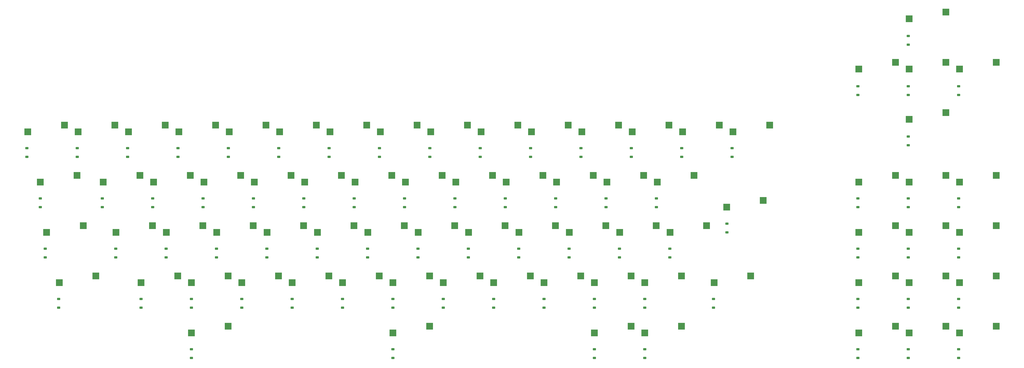
<source format=gbp>
G04 #@! TF.GenerationSoftware,KiCad,Pcbnew,8.0.2*
G04 #@! TF.CreationDate,2025-03-09T11:26:09+00:00*
G04 #@! TF.ProjectId,Keyboard,4b657962-6f61-4726-942e-6b696361645f,rev?*
G04 #@! TF.SameCoordinates,Original*
G04 #@! TF.FileFunction,Paste,Bot*
G04 #@! TF.FilePolarity,Positive*
%FSLAX46Y46*%
G04 Gerber Fmt 4.6, Leading zero omitted, Abs format (unit mm)*
G04 Created by KiCad (PCBNEW 8.0.2) date 2025-03-09 11:26:09*
%MOMM*%
%LPD*%
G01*
G04 APERTURE LIST*
G04 Aperture macros list*
%AMRoundRect*
0 Rectangle with rounded corners*
0 $1 Rounding radius*
0 $2 $3 $4 $5 $6 $7 $8 $9 X,Y pos of 4 corners*
0 Add a 4 corners polygon primitive as box body*
4,1,4,$2,$3,$4,$5,$6,$7,$8,$9,$2,$3,0*
0 Add four circle primitives for the rounded corners*
1,1,$1+$1,$2,$3*
1,1,$1+$1,$4,$5*
1,1,$1+$1,$6,$7*
1,1,$1+$1,$8,$9*
0 Add four rect primitives between the rounded corners*
20,1,$1+$1,$2,$3,$4,$5,0*
20,1,$1+$1,$4,$5,$6,$7,0*
20,1,$1+$1,$6,$7,$8,$9,0*
20,1,$1+$1,$8,$9,$2,$3,0*%
G04 Aperture macros list end*
%ADD10R,2.550000X2.500000*%
%ADD11RoundRect,0.225000X0.375000X-0.225000X0.375000X0.225000X-0.375000X0.225000X-0.375000X-0.225000X0*%
G04 APERTURE END LIST*
D10*
G04 #@! TO.C,SW17*
X344427500Y-156845000D03*
X330577500Y-159385000D03*
G04 #@! TD*
G04 #@! TO.C,SW9*
X439677500Y-113982500D03*
X425827500Y-116522500D03*
G04 #@! TD*
G04 #@! TO.C,SW60*
X158690000Y-175895000D03*
X144840000Y-178435000D03*
G04 #@! TD*
G04 #@! TO.C,SW27*
X306327500Y-156845000D03*
X292477500Y-159385000D03*
G04 #@! TD*
G04 #@! TO.C,SW22*
X339665000Y-194945000D03*
X325815000Y-197485000D03*
G04 #@! TD*
G04 #@! TO.C,SW69*
X139640000Y-175895000D03*
X125790000Y-178435000D03*
G04 #@! TD*
G04 #@! TO.C,SW33*
X277752500Y-137795000D03*
X263902500Y-140335000D03*
G04 #@! TD*
G04 #@! TO.C,SW63*
X168215000Y-194945000D03*
X154365000Y-197485000D03*
G04 #@! TD*
G04 #@! TO.C,SW7*
X439677500Y-213995000D03*
X425827500Y-216535000D03*
G04 #@! TD*
G04 #@! TO.C,SW36*
X292040000Y-175895000D03*
X278190000Y-178435000D03*
G04 #@! TD*
G04 #@! TO.C,SW50*
X192027500Y-156845000D03*
X178177500Y-159385000D03*
G04 #@! TD*
G04 #@! TO.C,SW10*
X420627500Y-156845000D03*
X406777500Y-159385000D03*
G04 #@! TD*
G04 #@! TO.C,SW1*
X458727500Y-113982500D03*
X444877500Y-116522500D03*
G04 #@! TD*
G04 #@! TO.C,SW13*
X420627500Y-194945000D03*
X406777500Y-197485000D03*
G04 #@! TD*
G04 #@! TO.C,SW42*
X249177500Y-156845000D03*
X235327500Y-159385000D03*
G04 #@! TD*
G04 #@! TO.C,SW30*
X320615000Y-194945000D03*
X306765000Y-197485000D03*
G04 #@! TD*
G04 #@! TO.C,SW62*
X187265000Y-194945000D03*
X173415000Y-197485000D03*
G04 #@! TD*
G04 #@! TO.C,SW53*
X196790000Y-175895000D03*
X182940000Y-178435000D03*
G04 #@! TD*
G04 #@! TO.C,SW79*
X373002500Y-137795000D03*
X359152500Y-140335000D03*
G04 #@! TD*
G04 #@! TO.C,SW14*
X439677500Y-194945000D03*
X425827500Y-197485000D03*
G04 #@! TD*
G04 #@! TO.C,SW65*
X144402500Y-137795000D03*
X130552500Y-140335000D03*
G04 #@! TD*
G04 #@! TO.C,SW31*
X301565000Y-194945000D03*
X287715000Y-197485000D03*
G04 #@! TD*
G04 #@! TO.C,SW37*
X272990000Y-175895000D03*
X259140000Y-178435000D03*
G04 #@! TD*
G04 #@! TO.C,SW70*
X113446250Y-175895000D03*
X99596250Y-178435000D03*
G04 #@! TD*
G04 #@! TO.C,SW39*
X282515000Y-194945000D03*
X268665000Y-197485000D03*
G04 #@! TD*
G04 #@! TO.C,SW6*
X458727500Y-213995000D03*
X444877500Y-216535000D03*
G04 #@! TD*
G04 #@! TO.C,SW20*
X420627500Y-175895000D03*
X406777500Y-178435000D03*
G04 #@! TD*
G04 #@! TO.C,SW21*
X118208750Y-194945000D03*
X104358750Y-197485000D03*
G04 #@! TD*
G04 #@! TO.C,SW38*
X263465000Y-194945000D03*
X249615000Y-197485000D03*
G04 #@! TD*
G04 #@! TO.C,SW68*
X111065000Y-156845000D03*
X97215000Y-159385000D03*
G04 #@! TD*
G04 #@! TO.C,SW56*
X182502500Y-137795000D03*
X168652500Y-140335000D03*
G04 #@! TD*
G04 #@! TO.C,SW59*
X153927500Y-156845000D03*
X140077500Y-159385000D03*
G04 #@! TD*
G04 #@! TO.C,SW902*
X320615000Y-213995000D03*
X306765000Y-216535000D03*
G04 #@! TD*
G04 #@! TO.C,SW43*
X230127500Y-156845000D03*
X216277500Y-159385000D03*
G04 #@! TD*
G04 #@! TO.C,SW901*
X168215000Y-213995000D03*
X154365000Y-216535000D03*
G04 #@! TD*
G04 #@! TO.C,SW19*
X349190000Y-175895000D03*
X335340000Y-178435000D03*
G04 #@! TD*
G04 #@! TO.C,SW34*
X287277500Y-156845000D03*
X273427500Y-159385000D03*
G04 #@! TD*
G04 #@! TO.C,SW23*
X339665000Y-213995000D03*
X325815000Y-216535000D03*
G04 #@! TD*
G04 #@! TO.C,SW11*
X439677500Y-156845000D03*
X425827500Y-159385000D03*
G04 #@! TD*
G04 #@! TO.C,SW41*
X239652500Y-137795000D03*
X225802500Y-140335000D03*
G04 #@! TD*
G04 #@! TO.C,SW45*
X253940000Y-175895000D03*
X240090000Y-178435000D03*
G04 #@! TD*
G04 #@! TO.C,SW8*
X420627500Y-113982500D03*
X406777500Y-116522500D03*
G04 #@! TD*
G04 #@! TO.C,SW52*
X215840000Y-175895000D03*
X201990000Y-178435000D03*
G04 #@! TD*
G04 #@! TO.C,SW5*
X458727500Y-194945000D03*
X444877500Y-197485000D03*
G04 #@! TD*
G04 #@! TO.C,SW16*
X353952500Y-137795000D03*
X340102500Y-140335000D03*
G04 #@! TD*
G04 #@! TO.C,SW4*
X458727500Y-175895000D03*
X444877500Y-178435000D03*
G04 #@! TD*
G04 #@! TO.C,SW67*
X134877500Y-156845000D03*
X121027500Y-159385000D03*
G04 #@! TD*
G04 #@! TO.C,SW18*
X370621250Y-166370000D03*
X356771250Y-168910000D03*
G04 #@! TD*
G04 #@! TO.C,SW25*
X315852500Y-137795000D03*
X302002500Y-140335000D03*
G04 #@! TD*
G04 #@! TO.C,SW24*
X334902500Y-137795000D03*
X321052500Y-140335000D03*
G04 #@! TD*
G04 #@! TO.C,SW12*
X439677500Y-175895000D03*
X425827500Y-178435000D03*
G04 #@! TD*
G04 #@! TO.C,SW66*
X106302500Y-137795000D03*
X92452500Y-140335000D03*
G04 #@! TD*
G04 #@! TO.C,SW28*
X330140000Y-175895000D03*
X316290000Y-178435000D03*
G04 #@! TD*
G04 #@! TO.C,SW29*
X311090000Y-175895000D03*
X297240000Y-178435000D03*
G04 #@! TD*
G04 #@! TO.C,SW58*
X172977500Y-156845000D03*
X159127500Y-159385000D03*
G04 #@! TD*
G04 #@! TO.C,SW15*
X420627500Y-213995000D03*
X406777500Y-216535000D03*
G04 #@! TD*
G04 #@! TO.C,SW3*
X458727500Y-156845000D03*
X444877500Y-159385000D03*
G04 #@! TD*
G04 #@! TO.C,SW48*
X220602500Y-137795000D03*
X206752500Y-140335000D03*
G04 #@! TD*
G04 #@! TO.C,SW57*
X163452500Y-137795000D03*
X149602500Y-140335000D03*
G04 #@! TD*
G04 #@! TO.C,SW61*
X177740000Y-175895000D03*
X163890000Y-178435000D03*
G04 #@! TD*
G04 #@! TO.C,SW0*
X439677500Y-94932500D03*
X425827500Y-97472500D03*
G04 #@! TD*
G04 #@! TO.C,SW47*
X244415000Y-213995000D03*
X230565000Y-216535000D03*
G04 #@! TD*
G04 #@! TO.C,SW64*
X125352500Y-137795000D03*
X111502500Y-140335000D03*
G04 #@! TD*
G04 #@! TO.C,SW71*
X149165000Y-194945000D03*
X135315000Y-197485000D03*
G04 #@! TD*
G04 #@! TO.C,SW35*
X268227500Y-156845000D03*
X254377500Y-159385000D03*
G04 #@! TD*
G04 #@! TO.C,SW51*
X211077500Y-156845000D03*
X197227500Y-159385000D03*
G04 #@! TD*
G04 #@! TO.C,SW54*
X225365000Y-194945000D03*
X211515000Y-197485000D03*
G04 #@! TD*
G04 #@! TO.C,SW46*
X244415000Y-194945000D03*
X230565000Y-197485000D03*
G04 #@! TD*
G04 #@! TO.C,SW49*
X201552500Y-137795000D03*
X187702500Y-140335000D03*
G04 #@! TD*
G04 #@! TO.C,SW26*
X325377500Y-156845000D03*
X311527500Y-159385000D03*
G04 #@! TD*
G04 #@! TO.C,SW2*
X439677500Y-133032500D03*
X425827500Y-135572500D03*
G04 #@! TD*
G04 #@! TO.C,SW40*
X258702500Y-137795000D03*
X244852500Y-140335000D03*
G04 #@! TD*
G04 #@! TO.C,SW32*
X296802500Y-137795000D03*
X282952500Y-140335000D03*
G04 #@! TD*
G04 #@! TO.C,SW55*
X206315000Y-194945000D03*
X192465000Y-197485000D03*
G04 #@! TD*
G04 #@! TO.C,SW121*
X365858750Y-194945000D03*
X352008750Y-197485000D03*
G04 #@! TD*
G04 #@! TO.C,SW44*
X234890000Y-175895000D03*
X221040000Y-178435000D03*
G04 #@! TD*
D11*
G04 #@! TO.C,D68*
X97155000Y-168910000D03*
X97155000Y-165610000D03*
G04 #@! TD*
G04 #@! TO.C,D38*
X249555000Y-207010000D03*
X249555000Y-203710000D03*
G04 #@! TD*
G04 #@! TO.C,D59*
X139700000Y-168910000D03*
X139700000Y-165610000D03*
G04 #@! TD*
G04 #@! TO.C,D56*
X168275000Y-149860000D03*
X168275000Y-146560000D03*
G04 #@! TD*
G04 #@! TO.C,D28*
X316230000Y-187960000D03*
X316230000Y-184660000D03*
G04 #@! TD*
G04 #@! TO.C,D23*
X325755000Y-226060000D03*
X325755000Y-222760000D03*
G04 #@! TD*
G04 #@! TO.C,D37*
X259080000Y-187960000D03*
X259080000Y-184660000D03*
G04 #@! TD*
G04 #@! TO.C,D15*
X406400000Y-226060000D03*
X406400000Y-222760000D03*
G04 #@! TD*
G04 #@! TO.C,D35*
X254000000Y-168910000D03*
X254000000Y-165610000D03*
G04 #@! TD*
G04 #@! TO.C,D40*
X244475000Y-149860000D03*
X244475000Y-146560000D03*
G04 #@! TD*
G04 #@! TO.C,D14*
X425450000Y-207010000D03*
X425450000Y-203710000D03*
G04 #@! TD*
G04 #@! TO.C,D70*
X99060000Y-187960000D03*
X99060000Y-184660000D03*
G04 #@! TD*
G04 #@! TO.C,D27*
X292100000Y-168910000D03*
X292100000Y-165610000D03*
G04 #@! TD*
G04 #@! TO.C,D6*
X444500000Y-226060000D03*
X444500000Y-222760000D03*
G04 #@! TD*
G04 #@! TO.C,D55*
X192405000Y-207010000D03*
X192405000Y-203710000D03*
G04 #@! TD*
G04 #@! TO.C,D44*
X220980000Y-187960000D03*
X220980000Y-184660000D03*
G04 #@! TD*
G04 #@! TO.C,D48*
X206375000Y-149860000D03*
X206375000Y-146560000D03*
G04 #@! TD*
G04 #@! TO.C,D63*
X154305000Y-207010000D03*
X154305000Y-203710000D03*
G04 #@! TD*
G04 #@! TO.C,D30*
X306705000Y-207010000D03*
X306705000Y-203710000D03*
G04 #@! TD*
G04 #@! TO.C,D53*
X182880000Y-187960000D03*
X182880000Y-184660000D03*
G04 #@! TD*
G04 #@! TO.C,D4*
X444500000Y-187960000D03*
X444500000Y-184660000D03*
G04 #@! TD*
G04 #@! TO.C,D34*
X273050000Y-168910000D03*
X273050000Y-165610000D03*
G04 #@! TD*
G04 #@! TO.C,D33*
X263525000Y-149860000D03*
X263525000Y-146560000D03*
G04 #@! TD*
G04 #@! TO.C,D32*
X282575000Y-149860000D03*
X282575000Y-146560000D03*
G04 #@! TD*
G04 #@! TO.C,D11*
X425450000Y-168910000D03*
X425450000Y-165610000D03*
G04 #@! TD*
G04 #@! TO.C,D16*
X339725000Y-149860000D03*
X339725000Y-146560000D03*
G04 #@! TD*
G04 #@! TO.C,D21*
X104140000Y-207010000D03*
X104140000Y-203710000D03*
G04 #@! TD*
G04 #@! TO.C,D29*
X297180000Y-187960000D03*
X297180000Y-184660000D03*
G04 #@! TD*
G04 #@! TO.C,D1*
X444500000Y-126365000D03*
X444500000Y-123065000D03*
G04 #@! TD*
G04 #@! TO.C,D46*
X230505000Y-207010000D03*
X230505000Y-203710000D03*
G04 #@! TD*
G04 #@! TO.C,D74*
X306705000Y-226060000D03*
X306705000Y-222760000D03*
G04 #@! TD*
G04 #@! TO.C,D31*
X287655000Y-207010000D03*
X287655000Y-203710000D03*
G04 #@! TD*
G04 #@! TO.C,D22*
X325755000Y-207010000D03*
X325755000Y-203710000D03*
G04 #@! TD*
G04 #@! TO.C,D25*
X301625000Y-149860000D03*
X301625000Y-146560000D03*
G04 #@! TD*
G04 #@! TO.C,D41*
X225425000Y-149860000D03*
X225425000Y-146560000D03*
G04 #@! TD*
G04 #@! TO.C,D2*
X425450000Y-145415000D03*
X425450000Y-142115000D03*
G04 #@! TD*
G04 #@! TO.C,D58*
X158750000Y-168910000D03*
X158750000Y-165610000D03*
G04 #@! TD*
G04 #@! TO.C,D64*
X111125000Y-149860000D03*
X111125000Y-146560000D03*
G04 #@! TD*
G04 #@! TO.C,D19*
X335280000Y-187960000D03*
X335280000Y-184660000D03*
G04 #@! TD*
G04 #@! TO.C,D20*
X406400000Y-187960000D03*
X406400000Y-184660000D03*
G04 #@! TD*
G04 #@! TO.C,D45*
X240030000Y-187960000D03*
X240030000Y-184660000D03*
G04 #@! TD*
G04 #@! TO.C,D47*
X230505000Y-226060000D03*
X230505000Y-222760000D03*
G04 #@! TD*
G04 #@! TO.C,D10*
X406400000Y-168910000D03*
X406400000Y-165610000D03*
G04 #@! TD*
G04 #@! TO.C,D24*
X320675000Y-149860000D03*
X320675000Y-146560000D03*
G04 #@! TD*
G04 #@! TO.C,D7*
X425450000Y-226060000D03*
X425450000Y-222760000D03*
G04 #@! TD*
G04 #@! TO.C,D9*
X425450000Y-126365000D03*
X425450000Y-123065000D03*
G04 #@! TD*
G04 #@! TO.C,D51*
X196850000Y-168910000D03*
X196850000Y-165610000D03*
G04 #@! TD*
G04 #@! TO.C,D0*
X425450000Y-107315000D03*
X425450000Y-104015000D03*
G04 #@! TD*
G04 #@! TO.C,D71*
X135255000Y-207010000D03*
X135255000Y-203710000D03*
G04 #@! TD*
G04 #@! TO.C,D54*
X211455000Y-207010000D03*
X211455000Y-203710000D03*
G04 #@! TD*
G04 #@! TO.C,D13*
X406400000Y-207010000D03*
X406400000Y-203710000D03*
G04 #@! TD*
G04 #@! TO.C,D39*
X268605000Y-207010000D03*
X268605000Y-203710000D03*
G04 #@! TD*
G04 #@! TO.C,D43*
X215900000Y-168910000D03*
X215900000Y-165610000D03*
G04 #@! TD*
G04 #@! TO.C,D26*
X311150000Y-168910000D03*
X311150000Y-165610000D03*
G04 #@! TD*
G04 #@! TO.C,D75*
X154305000Y-226060000D03*
X154305000Y-222760000D03*
G04 #@! TD*
G04 #@! TO.C,D36*
X278130000Y-187960000D03*
X278130000Y-184660000D03*
G04 #@! TD*
G04 #@! TO.C,D79*
X358775000Y-149860000D03*
X358775000Y-146560000D03*
G04 #@! TD*
G04 #@! TO.C,D65*
X130175000Y-149860000D03*
X130175000Y-146560000D03*
G04 #@! TD*
G04 #@! TO.C,D42*
X234950000Y-168910000D03*
X234950000Y-165610000D03*
G04 #@! TD*
G04 #@! TO.C,D66*
X92075000Y-149860000D03*
X92075000Y-146560000D03*
G04 #@! TD*
G04 #@! TO.C,D3*
X444500000Y-168910000D03*
X444500000Y-165610000D03*
G04 #@! TD*
G04 #@! TO.C,D69*
X125730000Y-187960000D03*
X125730000Y-184660000D03*
G04 #@! TD*
G04 #@! TO.C,D50*
X177800000Y-168910000D03*
X177800000Y-165610000D03*
G04 #@! TD*
G04 #@! TO.C,D18*
X356870000Y-178435000D03*
X356870000Y-175135000D03*
G04 #@! TD*
G04 #@! TO.C,D52*
X201930000Y-187960000D03*
X201930000Y-184660000D03*
G04 #@! TD*
G04 #@! TO.C,D61*
X163830000Y-187960000D03*
X163830000Y-184660000D03*
G04 #@! TD*
G04 #@! TO.C,D49*
X187325000Y-149860000D03*
X187325000Y-146560000D03*
G04 #@! TD*
G04 #@! TO.C,D60*
X144780000Y-187960000D03*
X144780000Y-184660000D03*
G04 #@! TD*
G04 #@! TO.C,D5*
X444500000Y-207010000D03*
X444500000Y-203710000D03*
G04 #@! TD*
G04 #@! TO.C,D67*
X120650000Y-168910000D03*
X120650000Y-165610000D03*
G04 #@! TD*
G04 #@! TO.C,D57*
X149225000Y-149860000D03*
X149225000Y-146560000D03*
G04 #@! TD*
G04 #@! TO.C,D12*
X425450000Y-187960000D03*
X425450000Y-184660000D03*
G04 #@! TD*
G04 #@! TO.C,D17*
X330200000Y-168910000D03*
X330200000Y-165610000D03*
G04 #@! TD*
G04 #@! TO.C,D73*
X351790000Y-207010000D03*
X351790000Y-203710000D03*
G04 #@! TD*
G04 #@! TO.C,D8*
X406400000Y-126365000D03*
X406400000Y-123065000D03*
G04 #@! TD*
G04 #@! TO.C,D62*
X173355000Y-207010000D03*
X173355000Y-203710000D03*
G04 #@! TD*
M02*

</source>
